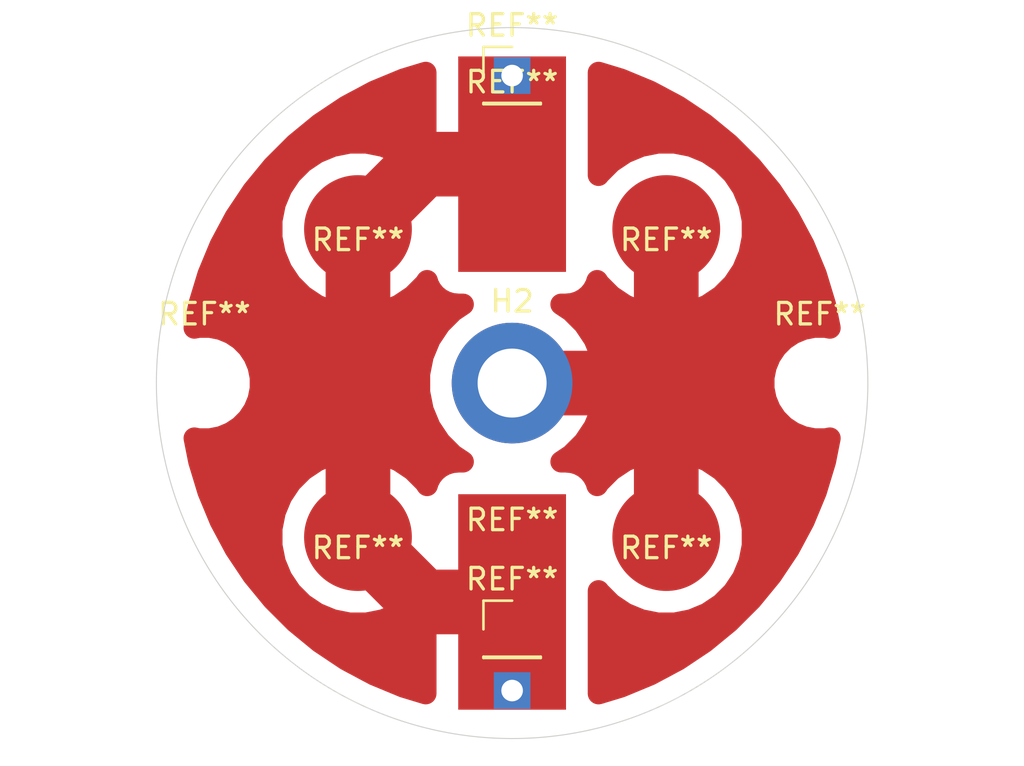
<source format=kicad_pcb>
(kicad_pcb (version 20171130) (host pcbnew 5.1.12-84ad8e8a86~92~ubuntu20.04.1)

  (general
    (thickness 1.6)
    (drawings 5)
    (tracks 10)
    (zones 0)
    (modules 11)
    (nets 3)
  )

  (page A4)
  (layers
    (0 F.Cu signal)
    (31 B.Cu signal)
    (32 B.Adhes user)
    (33 F.Adhes user)
    (34 B.Paste user)
    (35 F.Paste user)
    (36 B.SilkS user)
    (37 F.SilkS user)
    (38 B.Mask user)
    (39 F.Mask user)
    (40 Dwgs.User user)
    (41 Cmts.User user)
    (42 Eco1.User user)
    (43 Eco2.User user)
    (44 Edge.Cuts user)
    (45 Margin user)
    (46 B.CrtYd user)
    (47 F.CrtYd user)
    (48 B.Fab user)
    (49 F.Fab user)
  )

  (setup
    (last_trace_width 0.25)
    (trace_clearance 0.2)
    (zone_clearance 1)
    (zone_45_only no)
    (trace_min 0.2)
    (via_size 0.8)
    (via_drill 0.4)
    (via_min_size 0.4)
    (via_min_drill 0.3)
    (uvia_size 0.3)
    (uvia_drill 0.1)
    (uvias_allowed no)
    (uvia_min_size 0.2)
    (uvia_min_drill 0.1)
    (edge_width 0.05)
    (segment_width 0.2)
    (pcb_text_width 0.3)
    (pcb_text_size 1.5 1.5)
    (mod_edge_width 0.12)
    (mod_text_size 1 1)
    (mod_text_width 0.15)
    (pad_size 5 10)
    (pad_drill 0)
    (pad_to_mask_clearance 0)
    (aux_axis_origin 0 0)
    (visible_elements FFFFFF7F)
    (pcbplotparams
      (layerselection 0x01000_ffffffff)
      (usegerberextensions false)
      (usegerberattributes true)
      (usegerberadvancedattributes true)
      (creategerberjobfile true)
      (excludeedgelayer true)
      (linewidth 0.100000)
      (plotframeref false)
      (viasonmask false)
      (mode 1)
      (useauxorigin false)
      (hpglpennumber 1)
      (hpglpenspeed 20)
      (hpglpendiameter 15.000000)
      (psnegative false)
      (psa4output false)
      (plotreference true)
      (plotvalue true)
      (plotinvisibletext false)
      (padsonsilk false)
      (subtractmaskfromsilk false)
      (outputformat 1)
      (mirror false)
      (drillshape 0)
      (scaleselection 1)
      (outputdirectory "output_files/"))
  )

  (net 0 "")
  (net 1 GND)
  (net 2 VSS)

  (net_class Default "This is the default net class."
    (clearance 0.2)
    (trace_width 0.25)
    (via_dia 0.8)
    (via_drill 0.4)
    (uvia_dia 0.3)
    (uvia_drill 0.1)
  )

  (net_class power ""
    (clearance 0.2)
    (trace_width 3)
    (via_dia 0.8)
    (via_drill 0.4)
    (uvia_dia 0.3)
    (uvia_drill 0.1)
    (add_net GND)
    (add_net VSS)
  )

  (module Connector_Wire:SolderWirePad_1x01_SMD_5x10mm (layer F.Cu) (tedit 61EEB7B2) (tstamp 61EEC7D5)
    (at 177.8 78.74)
    (descr "Wire Pad, Square, SMD Pad,  5mm x 10mm,")
    (tags "MesurementPoint Square SMDPad 5mmx10mm ")
    (fp_text reference REF** (at 0 -3.81) (layer F.SilkS)
      (effects (font (size 1 1) (thickness 0.15)))
    )
    (fp_text value SolderWirePad_1x01_SMD_5x10mm (at 0 6.35) (layer F.Fab)
      (effects (font (size 1 1) (thickness 0.15)))
    )
    (fp_text user %R (at 0 0) (layer F.Fab)
      (effects (font (size 1 1) (thickness 0.15)))
    )
    (fp_line (start 2.75 -5.25) (end -2.75 -5.25) (layer F.CrtYd) (width 0.05))
    (fp_line (start 2.75 5.25) (end 2.75 -5.25) (layer F.CrtYd) (width 0.05))
    (fp_line (start -2.75 5.25) (end 2.75 5.25) (layer F.CrtYd) (width 0.05))
    (fp_line (start -2.75 -5.25) (end -2.75 5.25) (layer F.CrtYd) (width 0.05))
    (pad 1 smd rect (at 0 0) (size 5 10) (layers F.Cu F.Paste F.Mask)
      (net 2 VSS))
  )

  (module Connector_PinHeader_2.54mm:PinHeader_1x01_P2.54mm_Vertical (layer F.Cu) (tedit 61EEB728) (tstamp 61EEC278)
    (at 177.8 74.6276)
    (descr "Through hole straight pin header, 1x01, 2.54mm pitch, single row")
    (tags "Through hole pin header THT 1x01 2.54mm single row")
    (fp_text reference REF** (at 0 -2.33) (layer F.SilkS)
      (effects (font (size 1 1) (thickness 0.15)))
    )
    (fp_text value PinHeader_1x01_P2.54mm_Vertical (at 0 2.33) (layer F.Fab)
      (effects (font (size 1 1) (thickness 0.15)))
    )
    (fp_text user %R (at 0 0 90) (layer F.Fab)
      (effects (font (size 1 1) (thickness 0.15)))
    )
    (fp_line (start -0.635 -1.27) (end 1.27 -1.27) (layer F.Fab) (width 0.1))
    (fp_line (start 1.27 -1.27) (end 1.27 1.27) (layer F.Fab) (width 0.1))
    (fp_line (start 1.27 1.27) (end -1.27 1.27) (layer F.Fab) (width 0.1))
    (fp_line (start -1.27 1.27) (end -1.27 -0.635) (layer F.Fab) (width 0.1))
    (fp_line (start -1.27 -0.635) (end -0.635 -1.27) (layer F.Fab) (width 0.1))
    (fp_line (start -1.33 1.33) (end 1.33 1.33) (layer F.SilkS) (width 0.12))
    (fp_line (start -1.33 1.27) (end -1.33 1.33) (layer F.SilkS) (width 0.12))
    (fp_line (start 1.33 1.27) (end 1.33 1.33) (layer F.SilkS) (width 0.12))
    (fp_line (start -1.33 1.27) (end 1.33 1.27) (layer F.SilkS) (width 0.12))
    (fp_line (start -1.33 0) (end -1.33 -1.33) (layer F.SilkS) (width 0.12))
    (fp_line (start -1.33 -1.33) (end 0 -1.33) (layer F.SilkS) (width 0.12))
    (fp_line (start -1.8 -1.8) (end -1.8 1.8) (layer F.CrtYd) (width 0.05))
    (fp_line (start -1.8 1.8) (end 1.8 1.8) (layer F.CrtYd) (width 0.05))
    (fp_line (start 1.8 1.8) (end 1.8 -1.8) (layer F.CrtYd) (width 0.05))
    (fp_line (start 1.8 -1.8) (end -1.8 -1.8) (layer F.CrtYd) (width 0.05))
    (pad 1 thru_hole rect (at 0 0) (size 1.7 1.7) (drill 1) (layers *.Cu *.Mask)
      (net 2 VSS))
    (model ${KISYS3DMOD}/Connector_PinHeader_2.54mm.3dshapes/PinHeader_1x01_P2.54mm_Vertical.wrl
      (at (xyz 0 0 0))
      (scale (xyz 1 1 1))
      (rotate (xyz 0 0 0))
    )
  )

  (module Connector_PinHeader_2.54mm:PinHeader_1x01_P2.54mm_Vertical (layer F.Cu) (tedit 61E5AC4C) (tstamp 61EA55C8)
    (at 177.8 100.33)
    (descr "Through hole straight pin header, 1x01, 2.54mm pitch, single row")
    (tags "Through hole pin header THT 1x01 2.54mm single row")
    (fp_text reference REF** (at 0 -2.33) (layer F.SilkS)
      (effects (font (size 1 1) (thickness 0.15)))
    )
    (fp_text value PinHeader_1x01_P2.54mm_Vertical (at 0 2.33) (layer F.Fab)
      (effects (font (size 1 1) (thickness 0.15)))
    )
    (fp_line (start 1.8 -1.8) (end -1.8 -1.8) (layer F.CrtYd) (width 0.05))
    (fp_line (start 1.8 1.8) (end 1.8 -1.8) (layer F.CrtYd) (width 0.05))
    (fp_line (start -1.8 1.8) (end 1.8 1.8) (layer F.CrtYd) (width 0.05))
    (fp_line (start -1.8 -1.8) (end -1.8 1.8) (layer F.CrtYd) (width 0.05))
    (fp_line (start -1.33 -1.33) (end 0 -1.33) (layer F.SilkS) (width 0.12))
    (fp_line (start -1.33 0) (end -1.33 -1.33) (layer F.SilkS) (width 0.12))
    (fp_line (start -1.33 1.27) (end 1.33 1.27) (layer F.SilkS) (width 0.12))
    (fp_line (start 1.33 1.27) (end 1.33 1.33) (layer F.SilkS) (width 0.12))
    (fp_line (start -1.33 1.27) (end -1.33 1.33) (layer F.SilkS) (width 0.12))
    (fp_line (start -1.33 1.33) (end 1.33 1.33) (layer F.SilkS) (width 0.12))
    (fp_line (start -1.27 -0.635) (end -0.635 -1.27) (layer F.Fab) (width 0.1))
    (fp_line (start -1.27 1.27) (end -1.27 -0.635) (layer F.Fab) (width 0.1))
    (fp_line (start 1.27 1.27) (end -1.27 1.27) (layer F.Fab) (width 0.1))
    (fp_line (start 1.27 -1.27) (end 1.27 1.27) (layer F.Fab) (width 0.1))
    (fp_line (start -0.635 -1.27) (end 1.27 -1.27) (layer F.Fab) (width 0.1))
    (fp_text user %R (at 0 0 90) (layer F.Fab)
      (effects (font (size 1 1) (thickness 0.15)))
    )
    (pad 1 thru_hole rect (at 0 2.8424) (size 1.7 1.7) (drill 1) (layers *.Cu *.Mask)
      (net 2 VSS))
    (model ${KISYS3DMOD}/Connector_PinHeader_2.54mm.3dshapes/PinHeader_1x01_P2.54mm_Vertical.wrl
      (at (xyz 0 0 0))
      (scale (xyz 1 1 1))
      (rotate (xyz 0 0 0))
    )
  )

  (module Pad_5mm (layer F.Cu) (tedit 61E4B0B0) (tstamp 61E542B7)
    (at 184.95 96.05)
    (fp_text reference REF** (at 0 0.5) (layer F.SilkS)
      (effects (font (size 1 1) (thickness 0.15)))
    )
    (fp_text value Pad_5mm (at 0 -0.5) (layer F.Fab)
      (effects (font (size 1 1) (thickness 0.15)))
    )
    (pad 1 smd circle (at 0 0) (size 5 5) (layers F.Cu F.Paste F.Mask)
      (net 1 GND))
  )

  (module Pad_5mm (layer F.Cu) (tedit 61E4B0A7) (tstamp 61E542B7)
    (at 184.95 81.75)
    (fp_text reference REF** (at 0 0.5) (layer F.SilkS)
      (effects (font (size 1 1) (thickness 0.15)))
    )
    (fp_text value Pad_5mm (at 0 -0.5) (layer F.Fab)
      (effects (font (size 1 1) (thickness 0.15)))
    )
    (pad 1 smd circle (at 0 0) (size 5 5) (layers F.Cu F.Paste F.Mask)
      (net 1 GND))
  )

  (module Pad_5mm (layer F.Cu) (tedit 61E4B09C) (tstamp 61E542B7)
    (at 170.65 96.05)
    (fp_text reference REF** (at 0 0.5) (layer F.SilkS)
      (effects (font (size 1 1) (thickness 0.15)))
    )
    (fp_text value Pad_5mm (at 0 -0.5) (layer F.Fab)
      (effects (font (size 1 1) (thickness 0.15)))
    )
    (pad 1 smd circle (at 0 0) (size 5 5) (layers F.Cu F.Paste F.Mask)
      (net 2 VSS))
  )

  (module Pad_5mm (layer F.Cu) (tedit 61E4B07F) (tstamp 61E542B2)
    (at 170.65 81.75)
    (fp_text reference REF** (at 0 0.5) (layer F.SilkS)
      (effects (font (size 1 1) (thickness 0.15)))
    )
    (fp_text value Pad_5mm (at 0 -0.5) (layer F.Fab)
      (effects (font (size 1 1) (thickness 0.15)))
    )
    (pad 1 smd circle (at 0 0) (size 5 5) (layers F.Cu F.Paste F.Mask)
      (net 2 VSS))
  )

  (module Connector_Wire:SolderWirePad_1x01_SMD_5x10mm (layer F.Cu) (tedit 61E49E8A) (tstamp 61E4F87B)
    (at 177.8 99.06)
    (descr "Wire Pad, Square, SMD Pad,  5mm x 10mm,")
    (tags "MesurementPoint Square SMDPad 5mmx10mm ")
    (attr smd virtual)
    (fp_text reference REF** (at 0 -3.81) (layer F.SilkS)
      (effects (font (size 1 1) (thickness 0.15)))
    )
    (fp_text value SolderWirePad_1x01_SMD_5x10mm (at 0 6.35) (layer F.Fab)
      (effects (font (size 1 1) (thickness 0.15)))
    )
    (fp_line (start 2.75 -5.25) (end -2.75 -5.25) (layer F.CrtYd) (width 0.05))
    (fp_line (start 2.75 5.25) (end 2.75 -5.25) (layer F.CrtYd) (width 0.05))
    (fp_line (start -2.75 5.25) (end 2.75 5.25) (layer F.CrtYd) (width 0.05))
    (fp_line (start -2.75 -5.25) (end -2.75 5.25) (layer F.CrtYd) (width 0.05))
    (fp_text user %R (at 0 0) (layer F.Fab)
      (effects (font (size 1 1) (thickness 0.15)))
    )
    (pad 1 smd rect (at 0 0) (size 5 10) (layers F.Cu F.Paste F.Mask)
      (net 2 VSS))
  )

  (module MountingHole:MountingHole_2.2mm_M2 (layer F.Cu) (tedit 56D1B4CB) (tstamp 61E39D0C)
    (at 192.0724 88.9)
    (descr "Mounting Hole 2.2mm, no annular, M2")
    (tags "mounting hole 2.2mm no annular m2")
    (attr virtual)
    (fp_text reference REF** (at 0 -3.2) (layer F.SilkS)
      (effects (font (size 1 1) (thickness 0.15)))
    )
    (fp_text value MountingHole_2.2mm_M2 (at 0 3.2) (layer F.Fab)
      (effects (font (size 1 1) (thickness 0.15)))
    )
    (fp_circle (center 0 0) (end 2.45 0) (layer F.CrtYd) (width 0.05))
    (fp_circle (center 0 0) (end 2.2 0) (layer Cmts.User) (width 0.15))
    (fp_text user %R (at 2.8424 0) (layer F.Fab)
      (effects (font (size 1 1) (thickness 0.15)))
    )
    (pad 1 np_thru_hole circle (at 0 0) (size 2.2 2.2) (drill 2.2) (layers *.Cu *.Mask))
  )

  (module MountingHole:MountingHole_2.2mm_M2 (layer F.Cu) (tedit 56D1B4CB) (tstamp 61E39CEF)
    (at 163.5276 88.9)
    (descr "Mounting Hole 2.2mm, no annular, M2")
    (tags "mounting hole 2.2mm no annular m2")
    (attr virtual)
    (fp_text reference REF** (at 0 -3.2) (layer F.SilkS)
      (effects (font (size 1 1) (thickness 0.15)))
    )
    (fp_text value MountingHole_2.2mm_M2 (at 0 3.2) (layer F.Fab)
      (effects (font (size 1 1) (thickness 0.15)))
    )
    (fp_circle (center 0 0) (end 2.45 0) (layer F.CrtYd) (width 0.05))
    (fp_circle (center 0 0) (end 2.2 0) (layer Cmts.User) (width 0.15))
    (fp_text user %R (at 0.3 0) (layer F.Fab)
      (effects (font (size 1 1) (thickness 0.15)))
    )
    (pad 1 np_thru_hole circle (at 0 0) (size 2.2 2.2) (drill 2.2) (layers *.Cu *.Mask))
  )

  (module MountingHole:MountingHole_3.2mm_M3_DIN965_Pad_TopBottom (layer F.Cu) (tedit 56D1B4CB) (tstamp 61E39B6B)
    (at 177.8 88.9)
    (descr "Mounting Hole 3.2mm, M3, DIN965")
    (tags "mounting hole 3.2mm m3 din965")
    (path /61E358B3)
    (attr virtual)
    (fp_text reference H2 (at 0 -3.8) (layer F.SilkS)
      (effects (font (size 1 1) (thickness 0.15)))
    )
    (fp_text value MountingHole_Pad (at 0 3.8) (layer F.Fab)
      (effects (font (size 1 1) (thickness 0.15)))
    )
    (fp_circle (center 0 0) (end 3.05 0) (layer F.CrtYd) (width 0.05))
    (fp_circle (center 0 0) (end 2.8 0) (layer Cmts.User) (width 0.15))
    (fp_text user %R (at 0.3 0) (layer F.Fab)
      (effects (font (size 1 1) (thickness 0.15)))
    )
    (pad 1 connect circle (at 0 0) (size 5.6 5.6) (layers B.Cu B.Mask)
      (net 1 GND))
    (pad 1 connect circle (at 0 0) (size 5.6 5.6) (layers F.Cu F.Mask)
      (net 1 GND))
    (pad 1 thru_hole circle (at 0 0) (size 3.6 3.6) (drill 3.2) (layers *.Cu *.Mask)
      (net 1 GND))
  )

  (gr_circle (center 170.65 96.05) (end 175.65 96.05) (layer Dwgs.User) (width 0.15))
  (gr_circle (center 170.65 81.75) (end 175.65 81.75) (layer Dwgs.User) (width 0.15))
  (gr_circle (center 184.95 81.75) (end 189.95 81.75) (layer Dwgs.User) (width 0.15))
  (gr_circle (center 184.95 96.05) (end 189.95 96.05) (layer Dwgs.User) (width 0.15))
  (gr_circle (center 177.8 88.9) (end 194.3 88.9) (layer Edge.Cuts) (width 0.05))

  (segment (start 184.48 88.9) (end 184.95 88.43) (width 3) (layer F.Cu) (net 1))
  (segment (start 177.8 88.9) (end 184.48 88.9) (width 3) (layer F.Cu) (net 1))
  (segment (start 184.95 88.43) (end 184.95 96.05) (width 3) (layer F.Cu) (net 1))
  (segment (start 184.95 81.75) (end 184.95 88.43) (width 3) (layer F.Cu) (net 1))
  (segment (start 170.65 81.75) (end 170.65 88.43) (width 3) (layer F.Cu) (net 2))
  (segment (start 170.65 88.43) (end 170.65 96.05) (width 3) (layer F.Cu) (net 2))
  (segment (start 173.66 99.06) (end 170.65 96.05) (width 3) (layer F.Cu) (net 2))
  (segment (start 177.8 99.06) (end 173.66 99.06) (width 3) (layer F.Cu) (net 2))
  (segment (start 173.66 78.74) (end 170.65 81.75) (width 3) (layer F.Cu) (net 2))
  (segment (start 177.8 78.74) (end 173.66 78.74) (width 3) (layer F.Cu) (net 2))

  (zone (net 1) (net_name GND) (layer F.Cu) (tstamp 61E4FF05) (hatch edge 0.508)
    (priority 1)
    (connect_pads no (clearance 1))
    (min_thickness 1)
    (fill yes (arc_segments 32) (thermal_gap 1) (thermal_bridge_width 3))
    (polygon
      (pts
        (xy 195.58 106.68) (xy 178.435 106.68) (xy 178.435 71.12) (xy 195.58 71.12)
      )
    )
    (filled_polygon
      (pts
        (xy 182.844926 74.800378) (xy 184.202638 75.36276) (xy 185.498689 76.055514) (xy 186.720597 76.871967) (xy 187.856595 77.804257)
        (xy 188.895743 78.843405) (xy 189.828033 79.979403) (xy 190.644486 81.201311) (xy 191.33724 82.497362) (xy 191.899622 83.855074)
        (xy 192.326218 85.261372) (xy 192.541232 86.34232) (xy 192.328478 86.3) (xy 191.816322 86.3) (xy 191.314008 86.399917)
        (xy 190.840838 86.59591) (xy 190.414997 86.880448) (xy 190.052848 87.242597) (xy 189.76831 87.668438) (xy 189.572317 88.141608)
        (xy 189.4724 88.643922) (xy 189.4724 89.156078) (xy 189.572317 89.658392) (xy 189.76831 90.131562) (xy 190.052848 90.557403)
        (xy 190.414997 90.919552) (xy 190.840838 91.20409) (xy 191.314008 91.400083) (xy 191.816322 91.5) (xy 192.328478 91.5)
        (xy 192.541232 91.45768) (xy 192.326218 92.538628) (xy 191.899622 93.944926) (xy 191.33724 95.302638) (xy 190.644486 96.598689)
        (xy 189.828033 97.820597) (xy 188.895743 98.956595) (xy 187.856595 99.995743) (xy 186.720597 100.928033) (xy 185.498689 101.744486)
        (xy 184.202638 102.43724) (xy 182.844926 102.999622) (xy 181.807257 103.314396) (xy 181.807257 98.546362) (xy 181.842997 98.599851)
        (xy 182.400149 99.157003) (xy 183.05529 99.594754) (xy 183.783243 99.896282) (xy 184.556034 100.05) (xy 185.343966 100.05)
        (xy 186.116757 99.896282) (xy 186.84471 99.594754) (xy 187.499851 99.157003) (xy 188.057003 98.599851) (xy 188.494754 97.94471)
        (xy 188.796282 97.216757) (xy 188.95 96.443966) (xy 188.95 95.656034) (xy 188.796282 94.883243) (xy 188.494754 94.15529)
        (xy 188.057003 93.500149) (xy 187.499851 92.942997) (xy 186.84471 92.505246) (xy 186.116757 92.203718) (xy 185.343966 92.05)
        (xy 184.556034 92.05) (xy 183.783243 92.203718) (xy 183.05529 92.505246) (xy 182.400149 92.942997) (xy 181.842997 93.500149)
        (xy 181.743044 93.64974) (xy 181.692524 93.483198) (xy 181.553238 93.222613) (xy 181.365792 92.994208) (xy 181.137387 92.806762)
        (xy 180.876802 92.667476) (xy 180.594051 92.581705) (xy 180.3 92.552743) (xy 180.07308 92.552743) (xy 180.54109 92.240028)
        (xy 181.140028 91.64109) (xy 181.610611 90.936814) (xy 181.934754 90.154264) (xy 182.1 89.323513) (xy 182.1 88.476487)
        (xy 181.934754 87.645736) (xy 181.610611 86.863186) (xy 181.140028 86.15891) (xy 180.54109 85.559972) (xy 180.07308 85.247257)
        (xy 180.3 85.247257) (xy 180.594051 85.218295) (xy 180.876802 85.132524) (xy 181.137387 84.993238) (xy 181.365792 84.805792)
        (xy 181.553238 84.577387) (xy 181.692524 84.316802) (xy 181.743044 84.15026) (xy 181.842997 84.299851) (xy 182.400149 84.857003)
        (xy 183.05529 85.294754) (xy 183.783243 85.596282) (xy 184.556034 85.75) (xy 185.343966 85.75) (xy 186.116757 85.596282)
        (xy 186.84471 85.294754) (xy 187.499851 84.857003) (xy 188.057003 84.299851) (xy 188.494754 83.64471) (xy 188.796282 82.916757)
        (xy 188.95 82.143966) (xy 188.95 81.356034) (xy 188.796282 80.583243) (xy 188.494754 79.85529) (xy 188.057003 79.200149)
        (xy 187.499851 78.642997) (xy 186.84471 78.205246) (xy 186.116757 77.903718) (xy 185.343966 77.75) (xy 184.556034 77.75)
        (xy 183.783243 77.903718) (xy 183.05529 78.205246) (xy 182.400149 78.642997) (xy 181.842997 79.200149) (xy 181.807257 79.253638)
        (xy 181.807257 74.485604)
      )
    )
  )
  (zone (net 2) (net_name VSS) (layer F.Cu) (tstamp 61E4FF02) (hatch edge 0.508)
    (priority 1)
    (connect_pads no (clearance 1))
    (min_thickness 1)
    (fill yes (arc_segments 32) (thermal_gap 1) (thermal_bridge_width 3))
    (polygon
      (pts
        (xy 177.165 106.68) (xy 160.02 106.68) (xy 160.02 71.12) (xy 177.165 71.12)
      )
    )
    (filled_polygon
      (pts
        (xy 173.792743 79.253638) (xy 173.757003 79.200149) (xy 173.199851 78.642997) (xy 172.54471 78.205246) (xy 171.816757 77.903718)
        (xy 171.043966 77.75) (xy 170.256034 77.75) (xy 169.483243 77.903718) (xy 168.75529 78.205246) (xy 168.100149 78.642997)
        (xy 167.542997 79.200149) (xy 167.105246 79.85529) (xy 166.803718 80.583243) (xy 166.65 81.356034) (xy 166.65 82.143966)
        (xy 166.803718 82.916757) (xy 167.105246 83.64471) (xy 167.542997 84.299851) (xy 168.100149 84.857003) (xy 168.75529 85.294754)
        (xy 169.483243 85.596282) (xy 170.256034 85.75) (xy 171.043966 85.75) (xy 171.816757 85.596282) (xy 172.54471 85.294754)
        (xy 173.199851 84.857003) (xy 173.757003 84.299851) (xy 173.856956 84.15026) (xy 173.907476 84.316802) (xy 174.046762 84.577387)
        (xy 174.234208 84.805792) (xy 174.462613 84.993238) (xy 174.723198 85.132524) (xy 175.005949 85.218295) (xy 175.3 85.247257)
        (xy 175.52692 85.247257) (xy 175.05891 85.559972) (xy 174.459972 86.15891) (xy 173.989389 86.863186) (xy 173.665246 87.645736)
        (xy 173.5 88.476487) (xy 173.5 89.323513) (xy 173.665246 90.154264) (xy 173.989389 90.936814) (xy 174.459972 91.64109)
        (xy 175.05891 92.240028) (xy 175.52692 92.552743) (xy 175.3 92.552743) (xy 175.005949 92.581705) (xy 174.723198 92.667476)
        (xy 174.462613 92.806762) (xy 174.234208 92.994208) (xy 174.046762 93.222613) (xy 173.907476 93.483198) (xy 173.856956 93.64974)
        (xy 173.757003 93.500149) (xy 173.199851 92.942997) (xy 172.54471 92.505246) (xy 171.816757 92.203718) (xy 171.043966 92.05)
        (xy 170.256034 92.05) (xy 169.483243 92.203718) (xy 168.75529 92.505246) (xy 168.100149 92.942997) (xy 167.542997 93.500149)
        (xy 167.105246 94.15529) (xy 166.803718 94.883243) (xy 166.65 95.656034) (xy 166.65 96.443966) (xy 166.803718 97.216757)
        (xy 167.105246 97.94471) (xy 167.542997 98.599851) (xy 168.100149 99.157003) (xy 168.75529 99.594754) (xy 169.483243 99.896282)
        (xy 170.256034 100.05) (xy 171.043966 100.05) (xy 171.816757 99.896282) (xy 172.54471 99.594754) (xy 173.199851 99.157003)
        (xy 173.757003 98.599851) (xy 173.792743 98.546362) (xy 173.792743 103.314396) (xy 172.755074 102.999622) (xy 171.397362 102.43724)
        (xy 170.101311 101.744486) (xy 168.879403 100.928033) (xy 167.743405 99.995743) (xy 166.704257 98.956595) (xy 165.771967 97.820597)
        (xy 164.955514 96.598689) (xy 164.26276 95.302638) (xy 163.700378 93.944926) (xy 163.273782 92.538628) (xy 163.058768 91.45768)
        (xy 163.271522 91.5) (xy 163.783678 91.5) (xy 164.285992 91.400083) (xy 164.759162 91.20409) (xy 165.185003 90.919552)
        (xy 165.547152 90.557403) (xy 165.83169 90.131562) (xy 166.027683 89.658392) (xy 166.1276 89.156078) (xy 166.1276 88.643922)
        (xy 166.027683 88.141608) (xy 165.83169 87.668438) (xy 165.547152 87.242597) (xy 165.185003 86.880448) (xy 164.759162 86.59591)
        (xy 164.285992 86.399917) (xy 163.783678 86.3) (xy 163.271522 86.3) (xy 163.058768 86.34232) (xy 163.273782 85.261372)
        (xy 163.700378 83.855074) (xy 164.26276 82.497362) (xy 164.955514 81.201311) (xy 165.771967 79.979403) (xy 166.704257 78.843405)
        (xy 167.743405 77.804257) (xy 168.879403 76.871967) (xy 170.101311 76.055514) (xy 171.397362 75.36276) (xy 172.755074 74.800378)
        (xy 173.792743 74.485604)
      )
    )
  )
)

</source>
